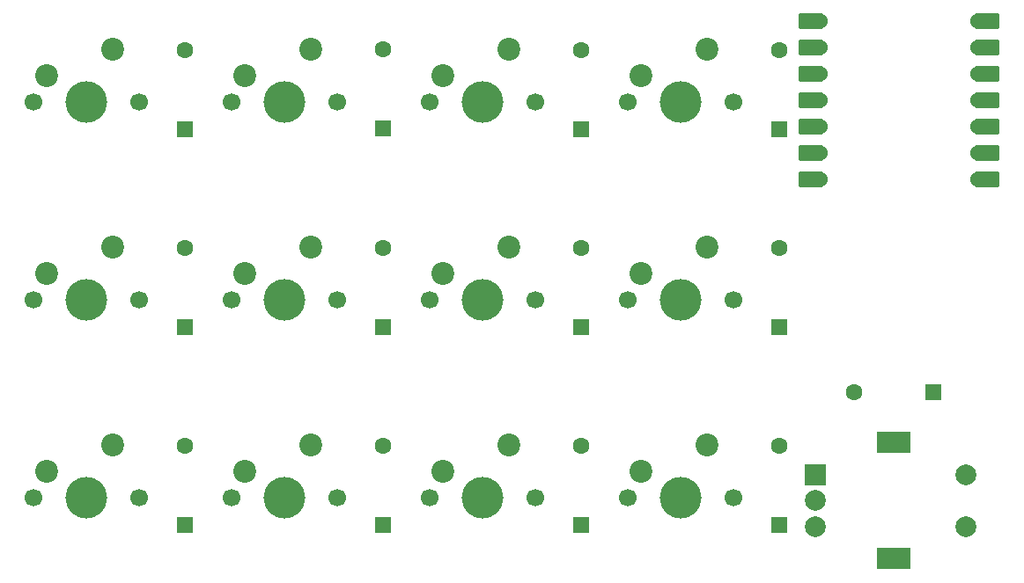
<source format=gbr>
%TF.GenerationSoftware,KiCad,Pcbnew,9.0.2*%
%TF.CreationDate,2025-05-30T01:47:42-07:00*%
%TF.ProjectId,pixelpad,70697865-6c70-4616-942e-6b696361645f,rev?*%
%TF.SameCoordinates,Original*%
%TF.FileFunction,Soldermask,Top*%
%TF.FilePolarity,Negative*%
%FSLAX46Y46*%
G04 Gerber Fmt 4.6, Leading zero omitted, Abs format (unit mm)*
G04 Created by KiCad (PCBNEW 9.0.2) date 2025-05-30 01:47:42*
%MOMM*%
%LPD*%
G01*
G04 APERTURE LIST*
G04 Aperture macros list*
%AMRoundRect*
0 Rectangle with rounded corners*
0 $1 Rounding radius*
0 $2 $3 $4 $5 $6 $7 $8 $9 X,Y pos of 4 corners*
0 Add a 4 corners polygon primitive as box body*
4,1,4,$2,$3,$4,$5,$6,$7,$8,$9,$2,$3,0*
0 Add four circle primitives for the rounded corners*
1,1,$1+$1,$2,$3*
1,1,$1+$1,$4,$5*
1,1,$1+$1,$6,$7*
1,1,$1+$1,$8,$9*
0 Add four rect primitives between the rounded corners*
20,1,$1+$1,$2,$3,$4,$5,0*
20,1,$1+$1,$4,$5,$6,$7,0*
20,1,$1+$1,$6,$7,$8,$9,0*
20,1,$1+$1,$8,$9,$2,$3,0*%
G04 Aperture macros list end*
%ADD10C,1.700000*%
%ADD11C,4.000000*%
%ADD12C,2.200000*%
%ADD13R,2.000000X2.000000*%
%ADD14C,2.000000*%
%ADD15R,3.200000X2.000000*%
%ADD16RoundRect,0.152400X1.063600X0.609600X-1.063600X0.609600X-1.063600X-0.609600X1.063600X-0.609600X0*%
%ADD17C,1.524000*%
%ADD18RoundRect,0.152400X-1.063600X-0.609600X1.063600X-0.609600X1.063600X0.609600X-1.063600X0.609600X0*%
%ADD19RoundRect,0.250000X0.550000X-0.550000X0.550000X0.550000X-0.550000X0.550000X-0.550000X-0.550000X0*%
%ADD20C,1.600000*%
%ADD21RoundRect,0.250000X0.550000X0.550000X-0.550000X0.550000X-0.550000X-0.550000X0.550000X-0.550000X0*%
G04 APERTURE END LIST*
D10*
%TO.C,SW3*%
X128270000Y-33337500D03*
D11*
X133350000Y-33337500D03*
D10*
X138430000Y-33337500D03*
D12*
X135890000Y-28257500D03*
X129540000Y-30797500D03*
%TD*%
D13*
%TO.C,SW13*%
X165390480Y-69235096D03*
D14*
X165390480Y-74235096D03*
X165390480Y-71735096D03*
D15*
X172890480Y-66135096D03*
X172890480Y-77335096D03*
D14*
X179890480Y-74235096D03*
X179890480Y-69235096D03*
%TD*%
D10*
%TO.C,SW2*%
X109220000Y-33337500D03*
D11*
X114300000Y-33337500D03*
D10*
X119380000Y-33337500D03*
D12*
X116840000Y-28257500D03*
X110490000Y-30797500D03*
%TD*%
D10*
%TO.C,SW9*%
X90170000Y-71437500D03*
D11*
X95250000Y-71437500D03*
D10*
X100330000Y-71437500D03*
D12*
X97790000Y-66357500D03*
X91440000Y-68897500D03*
%TD*%
D10*
%TO.C,SW10*%
X109220000Y-71437500D03*
D11*
X114300000Y-71437500D03*
D10*
X119380000Y-71437500D03*
D12*
X116840000Y-66357500D03*
X110490000Y-68897500D03*
%TD*%
D10*
%TO.C,SW4*%
X147320000Y-33337500D03*
D11*
X152400000Y-33337500D03*
D10*
X157480000Y-33337500D03*
D12*
X154940000Y-28257500D03*
X148590000Y-30797500D03*
%TD*%
D10*
%TO.C,SW12*%
X147320000Y-71437500D03*
D11*
X152400000Y-71437500D03*
D10*
X157480000Y-71437500D03*
D12*
X154940000Y-66357500D03*
X148590000Y-68897500D03*
%TD*%
D10*
%TO.C,SW8*%
X147320000Y-52387500D03*
D11*
X152400000Y-52387500D03*
D10*
X157480000Y-52387500D03*
D12*
X154940000Y-47307500D03*
X148590000Y-49847500D03*
%TD*%
D16*
%TO.C,U1*%
X164959392Y-25598416D03*
D17*
X165794392Y-25598416D03*
D16*
X164959392Y-28138416D03*
D17*
X165794392Y-28138416D03*
D16*
X164959392Y-30678416D03*
D17*
X165794392Y-30678416D03*
D16*
X164959392Y-33218416D03*
D17*
X165794392Y-33218416D03*
D16*
X164959392Y-35758416D03*
D17*
X165794392Y-35758416D03*
D16*
X164959392Y-38298416D03*
D17*
X165794392Y-38298416D03*
D16*
X164959392Y-40838416D03*
D17*
X165794392Y-40838416D03*
X181034392Y-40838416D03*
D18*
X181869392Y-40838416D03*
D17*
X181034392Y-38298416D03*
D18*
X181869392Y-38298416D03*
D17*
X181034392Y-35758416D03*
D18*
X181869392Y-35758416D03*
D17*
X181034392Y-33218416D03*
D18*
X181869392Y-33218416D03*
D17*
X181034392Y-30678416D03*
D18*
X181869392Y-30678416D03*
D17*
X181034392Y-28138416D03*
D18*
X181869392Y-28138416D03*
D17*
X181034392Y-25598416D03*
D18*
X181869392Y-25598416D03*
%TD*%
D10*
%TO.C,SW11*%
X128270000Y-71437500D03*
D11*
X133350000Y-71437500D03*
D10*
X138430000Y-71437500D03*
D12*
X135890000Y-66357500D03*
X129540000Y-68897500D03*
%TD*%
D10*
%TO.C,SW7*%
X128270000Y-52387500D03*
D11*
X133350000Y-52387500D03*
D10*
X138430000Y-52387500D03*
D12*
X135890000Y-47307500D03*
X129540000Y-49847500D03*
%TD*%
D10*
%TO.C,SW1*%
X90170000Y-33337500D03*
D11*
X95250000Y-33337500D03*
D10*
X100330000Y-33337500D03*
D12*
X97790000Y-28257500D03*
X91440000Y-30797500D03*
%TD*%
D10*
%TO.C,SW6*%
X109220000Y-52387500D03*
D11*
X114300000Y-52387500D03*
D10*
X119380000Y-52387500D03*
D12*
X116840000Y-47307500D03*
X110490000Y-49847500D03*
%TD*%
D10*
%TO.C,SW5*%
X90170000Y-52387500D03*
D11*
X95250000Y-52387500D03*
D10*
X100330000Y-52387500D03*
D12*
X97790000Y-47307500D03*
X91440000Y-49847500D03*
%TD*%
D19*
%TO.C,D1*%
X104774912Y-35956848D03*
D20*
X104774912Y-28336848D03*
%TD*%
D21*
%TO.C,D13*%
X176748136Y-61317136D03*
D20*
X169128136Y-61317136D03*
%TD*%
D19*
%TO.C,D10*%
X123824896Y-74056816D03*
D20*
X123824896Y-66436816D03*
%TD*%
D19*
%TO.C,D4*%
X161924864Y-35956848D03*
D20*
X161924864Y-28336848D03*
%TD*%
D19*
%TO.C,D5*%
X104774912Y-55006832D03*
D20*
X104774912Y-47386832D03*
%TD*%
D19*
%TO.C,D11*%
X142874880Y-74056816D03*
D20*
X142874880Y-66436816D03*
%TD*%
D19*
%TO.C,D12*%
X161924864Y-74056816D03*
D20*
X161924864Y-66436816D03*
%TD*%
D19*
%TO.C,D8*%
X161924864Y-55066360D03*
D20*
X161924864Y-47446360D03*
%TD*%
D19*
%TO.C,D9*%
X104774912Y-74056816D03*
D20*
X104774912Y-66436816D03*
%TD*%
D19*
%TO.C,D3*%
X142874880Y-35956848D03*
D20*
X142874880Y-28336848D03*
%TD*%
D19*
%TO.C,D2*%
X123824896Y-35897344D03*
D20*
X123824896Y-28277344D03*
%TD*%
D19*
%TO.C,D7*%
X142874880Y-55006832D03*
D20*
X142874880Y-47386832D03*
%TD*%
D19*
%TO.C,D6*%
X123824896Y-55006832D03*
D20*
X123824896Y-47386832D03*
%TD*%
M02*

</source>
